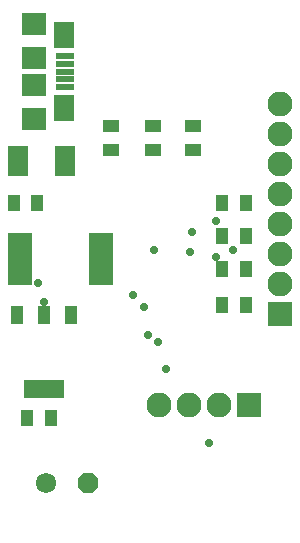
<source format=gbs>
G04*
G04 #@! TF.GenerationSoftware,Altium Limited,Altium Designer,20.0.14 (345)*
G04*
G04 Layer_Color=16711935*
%FSAX44Y44*%
%MOMM*%
G71*
G01*
G75*
%ADD20R,1.3700X1.1200*%
%ADD21R,1.1200X1.3700*%
%ADD27C,0.1200*%
%ADD28P,1.8617X8X202.5*%
%ADD29C,1.7200*%
%ADD30C,2.1200*%
%ADD31R,2.1200X2.1200*%
%ADD32R,2.1200X2.1200*%
%ADD33C,0.7200*%
%ADD48R,1.5200X0.5200*%
%ADD49R,1.7200X2.2200*%
%ADD50R,2.0200X1.9200*%
%ADD51R,2.0200X1.8700*%
%ADD52R,3.4200X1.6200*%
%ADD53R,1.1200X1.6200*%
%ADD54R,2.1200X4.4200*%
%ADD55R,1.8200X2.6200*%
D20*
X00442696Y00853192D02*
D03*
Y00833192D02*
D03*
X00408027Y00833192D02*
D03*
Y00853193D02*
D03*
X00373239Y00833192D02*
D03*
Y00853192D02*
D03*
D21*
X00322000Y00606000D02*
D03*
X00302000D02*
D03*
X00487000Y00788000D02*
D03*
X00467000D02*
D03*
X00487000Y00702012D02*
D03*
X00467000D02*
D03*
X00487000Y00760718D02*
D03*
X00467000D02*
D03*
X00487000Y00732689D02*
D03*
X00467000D02*
D03*
X00290525Y00788000D02*
D03*
X00310525D02*
D03*
D27*
X00286000Y00512000D02*
D03*
X00525000Y00935000D02*
D03*
D28*
X00353000Y00551000D02*
D03*
D29*
X00318000D02*
D03*
D30*
X00413200Y00617000D02*
D03*
X00464000D02*
D03*
X00438600D02*
D03*
X00516000Y00872400D02*
D03*
Y00821600D02*
D03*
Y00745400D02*
D03*
Y00720000D02*
D03*
Y00770800D02*
D03*
Y00796200D02*
D03*
Y00847000D02*
D03*
D31*
X00489400Y00617000D02*
D03*
D32*
X00516000Y00694600D02*
D03*
D33*
X00404114Y00676148D02*
D03*
X00311404Y00720852D02*
D03*
X00391668Y00710438D02*
D03*
X00461518Y00772668D02*
D03*
Y00742950D02*
D03*
X00439928Y00746712D02*
D03*
X00316275Y00704910D02*
D03*
X00408946Y00748538D02*
D03*
X00456184Y00584708D02*
D03*
X00400431Y00700024D02*
D03*
X00412750Y00670560D02*
D03*
X00441706Y00764032D02*
D03*
X00475788Y00748538D02*
D03*
X00419354Y00647352D02*
D03*
D48*
X00334293Y00886589D02*
D03*
Y00893089D02*
D03*
Y00899589D02*
D03*
Y00906089D02*
D03*
Y00912589D02*
D03*
D49*
X00333293Y00868589D02*
D03*
Y00930589D02*
D03*
D50*
X00307793Y00859589D02*
D03*
Y00939589D02*
D03*
D51*
Y00888339D02*
D03*
Y00910839D02*
D03*
D52*
X00316275Y00630588D02*
D03*
D53*
X00339275Y00693588D02*
D03*
X00293275D02*
D03*
X00316275D02*
D03*
D54*
X00364024Y00740907D02*
D03*
X00296024D02*
D03*
D55*
X00294025Y00823775D02*
D03*
X00334025D02*
D03*
M02*

</source>
